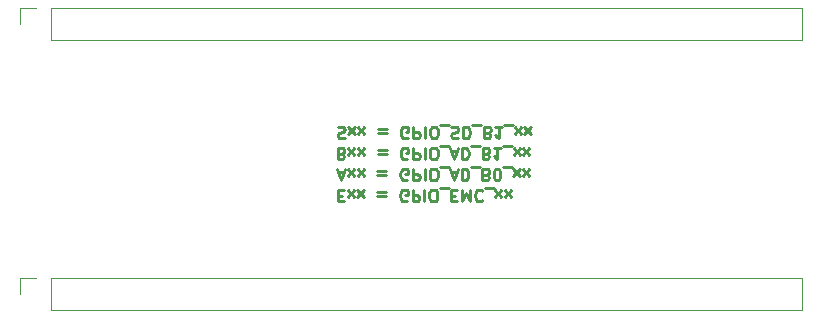
<source format=gbo>
G04 #@! TF.GenerationSoftware,KiCad,Pcbnew,(5.0.0)*
G04 #@! TF.CreationDate,2018-10-22T10:35:43+02:00*
G04 #@! TF.ProjectId,mibo100_imxrt,6D69626F3130305F696D7872742E6B69,rev?*
G04 #@! TF.SameCoordinates,PX695f190PY429d390*
G04 #@! TF.FileFunction,Legend,Bot*
G04 #@! TF.FilePolarity,Positive*
%FSLAX46Y46*%
G04 Gerber Fmt 4.6, Leading zero omitted, Abs format (unit mm)*
G04 Created by KiCad (PCBNEW (5.0.0)) date 10/22/18 10:35:43*
%MOMM*%
%LPD*%
G01*
G04 APERTURE LIST*
%ADD10C,0.250000*%
%ADD11C,0.120000*%
G04 APERTURE END LIST*
D10*
X26819712Y-10000212D02*
X26962569Y-9952593D01*
X27200664Y-9952593D01*
X27295902Y-10000212D01*
X27343521Y-10047831D01*
X27391140Y-10143069D01*
X27391140Y-10238307D01*
X27343521Y-10333545D01*
X27295902Y-10381164D01*
X27200664Y-10428783D01*
X27010188Y-10476402D01*
X26914950Y-10524021D01*
X26867331Y-10571640D01*
X26819712Y-10666878D01*
X26819712Y-10762116D01*
X26867331Y-10857354D01*
X26914950Y-10904974D01*
X27010188Y-10952593D01*
X27248283Y-10952593D01*
X27391140Y-10904974D01*
X27724474Y-9952593D02*
X28248283Y-10619259D01*
X27724474Y-10619259D02*
X28248283Y-9952593D01*
X28533997Y-9952593D02*
X29057807Y-10619259D01*
X28533997Y-10619259D02*
X29057807Y-9952593D01*
X30200664Y-10476402D02*
X30962569Y-10476402D01*
X30962569Y-10190688D02*
X30200664Y-10190688D01*
X32724474Y-10904974D02*
X32629236Y-10952593D01*
X32486378Y-10952593D01*
X32343521Y-10904974D01*
X32248283Y-10809735D01*
X32200664Y-10714497D01*
X32153045Y-10524021D01*
X32153045Y-10381164D01*
X32200664Y-10190688D01*
X32248283Y-10095450D01*
X32343521Y-10000212D01*
X32486378Y-9952593D01*
X32581616Y-9952593D01*
X32724474Y-10000212D01*
X32772093Y-10047831D01*
X32772093Y-10381164D01*
X32581616Y-10381164D01*
X33200664Y-9952593D02*
X33200664Y-10952593D01*
X33581616Y-10952593D01*
X33676855Y-10904974D01*
X33724474Y-10857354D01*
X33772093Y-10762116D01*
X33772093Y-10619259D01*
X33724474Y-10524021D01*
X33676855Y-10476402D01*
X33581616Y-10428783D01*
X33200664Y-10428783D01*
X34200664Y-9952593D02*
X34200664Y-10952593D01*
X34867331Y-10952593D02*
X35057807Y-10952593D01*
X35153045Y-10904974D01*
X35248283Y-10809735D01*
X35295902Y-10619259D01*
X35295902Y-10285926D01*
X35248283Y-10095450D01*
X35153045Y-10000212D01*
X35057807Y-9952593D01*
X34867331Y-9952593D01*
X34772093Y-10000212D01*
X34676855Y-10095450D01*
X34629236Y-10285926D01*
X34629236Y-10619259D01*
X34676855Y-10809735D01*
X34772093Y-10904974D01*
X34867331Y-10952593D01*
X35486378Y-9857354D02*
X36248283Y-9857354D01*
X36438759Y-10000212D02*
X36581616Y-9952593D01*
X36819712Y-9952593D01*
X36914950Y-10000212D01*
X36962569Y-10047831D01*
X37010188Y-10143069D01*
X37010188Y-10238307D01*
X36962569Y-10333545D01*
X36914950Y-10381164D01*
X36819712Y-10428783D01*
X36629236Y-10476402D01*
X36533997Y-10524021D01*
X36486378Y-10571640D01*
X36438759Y-10666878D01*
X36438759Y-10762116D01*
X36486378Y-10857354D01*
X36533997Y-10904974D01*
X36629236Y-10952593D01*
X36867331Y-10952593D01*
X37010188Y-10904974D01*
X37438759Y-9952593D02*
X37438759Y-10952593D01*
X37676855Y-10952593D01*
X37819712Y-10904974D01*
X37914950Y-10809735D01*
X37962569Y-10714497D01*
X38010188Y-10524021D01*
X38010188Y-10381164D01*
X37962569Y-10190688D01*
X37914950Y-10095450D01*
X37819712Y-10000212D01*
X37676855Y-9952593D01*
X37438759Y-9952593D01*
X38200664Y-9857354D02*
X38962569Y-9857354D01*
X39533997Y-10476402D02*
X39676855Y-10428783D01*
X39724474Y-10381164D01*
X39772093Y-10285926D01*
X39772093Y-10143069D01*
X39724474Y-10047831D01*
X39676855Y-10000212D01*
X39581616Y-9952593D01*
X39200664Y-9952593D01*
X39200664Y-10952593D01*
X39533997Y-10952593D01*
X39629236Y-10904974D01*
X39676855Y-10857354D01*
X39724474Y-10762116D01*
X39724474Y-10666878D01*
X39676855Y-10571640D01*
X39629236Y-10524021D01*
X39533997Y-10476402D01*
X39200664Y-10476402D01*
X40724474Y-9952593D02*
X40153045Y-9952593D01*
X40438759Y-9952593D02*
X40438759Y-10952593D01*
X40343521Y-10809735D01*
X40248283Y-10714497D01*
X40153045Y-10666878D01*
X40914950Y-9857354D02*
X41676855Y-9857354D01*
X41819712Y-9952593D02*
X42343521Y-10619259D01*
X41819712Y-10619259D02*
X42343521Y-9952593D01*
X42629236Y-9952593D02*
X43153045Y-10619259D01*
X42629236Y-10619259D02*
X43153045Y-9952593D01*
X27137164Y-12254403D02*
X27280021Y-12206784D01*
X27327640Y-12159165D01*
X27375259Y-12063927D01*
X27375259Y-11921070D01*
X27327640Y-11825832D01*
X27280021Y-11778213D01*
X27184783Y-11730594D01*
X26803831Y-11730594D01*
X26803831Y-12730594D01*
X27137164Y-12730594D01*
X27232402Y-12682975D01*
X27280021Y-12635355D01*
X27327640Y-12540117D01*
X27327640Y-12444879D01*
X27280021Y-12349641D01*
X27232402Y-12302022D01*
X27137164Y-12254403D01*
X26803831Y-12254403D01*
X27708593Y-11730594D02*
X28232402Y-12397260D01*
X27708593Y-12397260D02*
X28232402Y-11730594D01*
X28518116Y-11730594D02*
X29041926Y-12397260D01*
X28518116Y-12397260D02*
X29041926Y-11730594D01*
X30184783Y-12254403D02*
X30946688Y-12254403D01*
X30946688Y-11968689D02*
X30184783Y-11968689D01*
X32708593Y-12682975D02*
X32613355Y-12730594D01*
X32470497Y-12730594D01*
X32327640Y-12682975D01*
X32232402Y-12587736D01*
X32184783Y-12492498D01*
X32137164Y-12302022D01*
X32137164Y-12159165D01*
X32184783Y-11968689D01*
X32232402Y-11873451D01*
X32327640Y-11778213D01*
X32470497Y-11730594D01*
X32565736Y-11730594D01*
X32708593Y-11778213D01*
X32756212Y-11825832D01*
X32756212Y-12159165D01*
X32565736Y-12159165D01*
X33184783Y-11730594D02*
X33184783Y-12730594D01*
X33565736Y-12730594D01*
X33660974Y-12682975D01*
X33708593Y-12635355D01*
X33756212Y-12540117D01*
X33756212Y-12397260D01*
X33708593Y-12302022D01*
X33660974Y-12254403D01*
X33565736Y-12206784D01*
X33184783Y-12206784D01*
X34184783Y-11730594D02*
X34184783Y-12730594D01*
X34851450Y-12730594D02*
X35041926Y-12730594D01*
X35137164Y-12682975D01*
X35232402Y-12587736D01*
X35280021Y-12397260D01*
X35280021Y-12063927D01*
X35232402Y-11873451D01*
X35137164Y-11778213D01*
X35041926Y-11730594D01*
X34851450Y-11730594D01*
X34756212Y-11778213D01*
X34660974Y-11873451D01*
X34613355Y-12063927D01*
X34613355Y-12397260D01*
X34660974Y-12587736D01*
X34756212Y-12682975D01*
X34851450Y-12730594D01*
X35470497Y-11635355D02*
X36232402Y-11635355D01*
X36422878Y-12016308D02*
X36899069Y-12016308D01*
X36327640Y-11730594D02*
X36660974Y-12730594D01*
X36994307Y-11730594D01*
X37327640Y-11730594D02*
X37327640Y-12730594D01*
X37565736Y-12730594D01*
X37708593Y-12682975D01*
X37803831Y-12587736D01*
X37851450Y-12492498D01*
X37899069Y-12302022D01*
X37899069Y-12159165D01*
X37851450Y-11968689D01*
X37803831Y-11873451D01*
X37708593Y-11778213D01*
X37565736Y-11730594D01*
X37327640Y-11730594D01*
X38089545Y-11635355D02*
X38851450Y-11635355D01*
X39422878Y-12254403D02*
X39565736Y-12206784D01*
X39613355Y-12159165D01*
X39660974Y-12063927D01*
X39660974Y-11921070D01*
X39613355Y-11825832D01*
X39565736Y-11778213D01*
X39470497Y-11730594D01*
X39089545Y-11730594D01*
X39089545Y-12730594D01*
X39422878Y-12730594D01*
X39518116Y-12682975D01*
X39565736Y-12635355D01*
X39613355Y-12540117D01*
X39613355Y-12444879D01*
X39565736Y-12349641D01*
X39518116Y-12302022D01*
X39422878Y-12254403D01*
X39089545Y-12254403D01*
X40613355Y-11730594D02*
X40041926Y-11730594D01*
X40327640Y-11730594D02*
X40327640Y-12730594D01*
X40232402Y-12587736D01*
X40137164Y-12492498D01*
X40041926Y-12444879D01*
X40803831Y-11635355D02*
X41565736Y-11635355D01*
X41708593Y-11730594D02*
X42232402Y-12397260D01*
X41708593Y-12397260D02*
X42232402Y-11730594D01*
X42518116Y-11730594D02*
X43041926Y-12397260D01*
X42518116Y-12397260D02*
X43041926Y-11730594D01*
X26883212Y-13794307D02*
X27359402Y-13794307D01*
X26787974Y-13508593D02*
X27121307Y-14508593D01*
X27454640Y-13508593D01*
X27692736Y-13508593D02*
X28216545Y-14175259D01*
X27692736Y-14175259D02*
X28216545Y-13508593D01*
X28502259Y-13508593D02*
X29026069Y-14175259D01*
X28502259Y-14175259D02*
X29026069Y-13508593D01*
X30168926Y-14032402D02*
X30930831Y-14032402D01*
X30930831Y-13746688D02*
X30168926Y-13746688D01*
X32692736Y-14460974D02*
X32597497Y-14508593D01*
X32454640Y-14508593D01*
X32311783Y-14460974D01*
X32216545Y-14365735D01*
X32168926Y-14270497D01*
X32121307Y-14080021D01*
X32121307Y-13937164D01*
X32168926Y-13746688D01*
X32216545Y-13651450D01*
X32311783Y-13556212D01*
X32454640Y-13508593D01*
X32549878Y-13508593D01*
X32692736Y-13556212D01*
X32740355Y-13603831D01*
X32740355Y-13937164D01*
X32549878Y-13937164D01*
X33168926Y-13508593D02*
X33168926Y-14508593D01*
X33549878Y-14508593D01*
X33645116Y-14460974D01*
X33692736Y-14413354D01*
X33740355Y-14318116D01*
X33740355Y-14175259D01*
X33692736Y-14080021D01*
X33645116Y-14032402D01*
X33549878Y-13984783D01*
X33168926Y-13984783D01*
X34168926Y-13508593D02*
X34168926Y-14508593D01*
X34835593Y-14508593D02*
X35026069Y-14508593D01*
X35121307Y-14460974D01*
X35216545Y-14365735D01*
X35264164Y-14175259D01*
X35264164Y-13841926D01*
X35216545Y-13651450D01*
X35121307Y-13556212D01*
X35026069Y-13508593D01*
X34835593Y-13508593D01*
X34740355Y-13556212D01*
X34645116Y-13651450D01*
X34597497Y-13841926D01*
X34597497Y-14175259D01*
X34645116Y-14365735D01*
X34740355Y-14460974D01*
X34835593Y-14508593D01*
X35454640Y-13413354D02*
X36216545Y-13413354D01*
X36407021Y-13794307D02*
X36883212Y-13794307D01*
X36311783Y-13508593D02*
X36645116Y-14508593D01*
X36978450Y-13508593D01*
X37311783Y-13508593D02*
X37311783Y-14508593D01*
X37549878Y-14508593D01*
X37692736Y-14460974D01*
X37787974Y-14365735D01*
X37835593Y-14270497D01*
X37883212Y-14080021D01*
X37883212Y-13937164D01*
X37835593Y-13746688D01*
X37787974Y-13651450D01*
X37692736Y-13556212D01*
X37549878Y-13508593D01*
X37311783Y-13508593D01*
X38073688Y-13413354D02*
X38835593Y-13413354D01*
X39407021Y-14032402D02*
X39549878Y-13984783D01*
X39597497Y-13937164D01*
X39645116Y-13841926D01*
X39645116Y-13699069D01*
X39597497Y-13603831D01*
X39549878Y-13556212D01*
X39454640Y-13508593D01*
X39073688Y-13508593D01*
X39073688Y-14508593D01*
X39407021Y-14508593D01*
X39502259Y-14460974D01*
X39549878Y-14413354D01*
X39597497Y-14318116D01*
X39597497Y-14222878D01*
X39549878Y-14127640D01*
X39502259Y-14080021D01*
X39407021Y-14032402D01*
X39073688Y-14032402D01*
X40264164Y-14508593D02*
X40359402Y-14508593D01*
X40454640Y-14460974D01*
X40502259Y-14413354D01*
X40549878Y-14318116D01*
X40597497Y-14127640D01*
X40597497Y-13889545D01*
X40549878Y-13699069D01*
X40502259Y-13603831D01*
X40454640Y-13556212D01*
X40359402Y-13508593D01*
X40264164Y-13508593D01*
X40168926Y-13556212D01*
X40121307Y-13603831D01*
X40073688Y-13699069D01*
X40026069Y-13889545D01*
X40026069Y-14127640D01*
X40073688Y-14318116D01*
X40121307Y-14413354D01*
X40168926Y-14460974D01*
X40264164Y-14508593D01*
X40787974Y-13413354D02*
X41549878Y-13413354D01*
X41692736Y-13508593D02*
X42216545Y-14175259D01*
X41692736Y-14175259D02*
X42216545Y-13508593D01*
X42502259Y-13508593D02*
X43026069Y-14175259D01*
X42502259Y-14175259D02*
X43026069Y-13508593D01*
X26867331Y-15810403D02*
X27200664Y-15810403D01*
X27343521Y-15286594D02*
X26867331Y-15286594D01*
X26867331Y-16286594D01*
X27343521Y-16286594D01*
X27676855Y-15286594D02*
X28200664Y-15953260D01*
X27676855Y-15953260D02*
X28200664Y-15286594D01*
X28486378Y-15286594D02*
X29010188Y-15953260D01*
X28486378Y-15953260D02*
X29010188Y-15286594D01*
X30153045Y-15810403D02*
X30914950Y-15810403D01*
X30914950Y-15524689D02*
X30153045Y-15524689D01*
X32676855Y-16238975D02*
X32581616Y-16286594D01*
X32438759Y-16286594D01*
X32295902Y-16238975D01*
X32200664Y-16143736D01*
X32153045Y-16048498D01*
X32105426Y-15858022D01*
X32105426Y-15715165D01*
X32153045Y-15524689D01*
X32200664Y-15429451D01*
X32295902Y-15334213D01*
X32438759Y-15286594D01*
X32533997Y-15286594D01*
X32676855Y-15334213D01*
X32724474Y-15381832D01*
X32724474Y-15715165D01*
X32533997Y-15715165D01*
X33153045Y-15286594D02*
X33153045Y-16286594D01*
X33533997Y-16286594D01*
X33629236Y-16238975D01*
X33676855Y-16191355D01*
X33724474Y-16096117D01*
X33724474Y-15953260D01*
X33676855Y-15858022D01*
X33629236Y-15810403D01*
X33533997Y-15762784D01*
X33153045Y-15762784D01*
X34153045Y-15286594D02*
X34153045Y-16286594D01*
X34819712Y-16286594D02*
X35010188Y-16286594D01*
X35105426Y-16238975D01*
X35200664Y-16143736D01*
X35248283Y-15953260D01*
X35248283Y-15619927D01*
X35200664Y-15429451D01*
X35105426Y-15334213D01*
X35010188Y-15286594D01*
X34819712Y-15286594D01*
X34724474Y-15334213D01*
X34629236Y-15429451D01*
X34581616Y-15619927D01*
X34581616Y-15953260D01*
X34629236Y-16143736D01*
X34724474Y-16238975D01*
X34819712Y-16286594D01*
X35438759Y-15191355D02*
X36200664Y-15191355D01*
X36438759Y-15810403D02*
X36772093Y-15810403D01*
X36914950Y-15286594D02*
X36438759Y-15286594D01*
X36438759Y-16286594D01*
X36914950Y-16286594D01*
X37343521Y-15286594D02*
X37343521Y-16286594D01*
X37676855Y-15572308D01*
X38010188Y-16286594D01*
X38010188Y-15286594D01*
X39057807Y-15381832D02*
X39010188Y-15334213D01*
X38867331Y-15286594D01*
X38772093Y-15286594D01*
X38629236Y-15334213D01*
X38533997Y-15429451D01*
X38486378Y-15524689D01*
X38438759Y-15715165D01*
X38438759Y-15858022D01*
X38486378Y-16048498D01*
X38533997Y-16143736D01*
X38629236Y-16238975D01*
X38772093Y-16286594D01*
X38867331Y-16286594D01*
X39010188Y-16238975D01*
X39057807Y-16191355D01*
X39248283Y-15191355D02*
X40010188Y-15191355D01*
X40153045Y-15286594D02*
X40676855Y-15953260D01*
X40153045Y-15953260D02*
X40676855Y-15286594D01*
X40962569Y-15286594D02*
X41486378Y-15953260D01*
X40962569Y-15953260D02*
X41486378Y-15286594D01*
D11*
G04 #@! TO.C,J2*
X-60000Y60000D02*
X-60000Y-1270000D01*
X1270000Y60000D02*
X-60000Y60000D01*
X2540000Y60000D02*
X2540000Y-2600000D01*
X2540000Y-2600000D02*
X66100000Y-2600000D01*
X2540000Y60000D02*
X66100000Y60000D01*
X66100000Y60000D02*
X66100000Y-2600000D01*
G04 #@! TO.C,J1*
X66100000Y-22800000D02*
X66100000Y-25460000D01*
X2540000Y-22800000D02*
X66100000Y-22800000D01*
X2540000Y-25460000D02*
X66100000Y-25460000D01*
X2540000Y-22800000D02*
X2540000Y-25460000D01*
X1270000Y-22800000D02*
X-60000Y-22800000D01*
X-60000Y-22800000D02*
X-60000Y-24130000D01*
G04 #@! TD*
M02*

</source>
